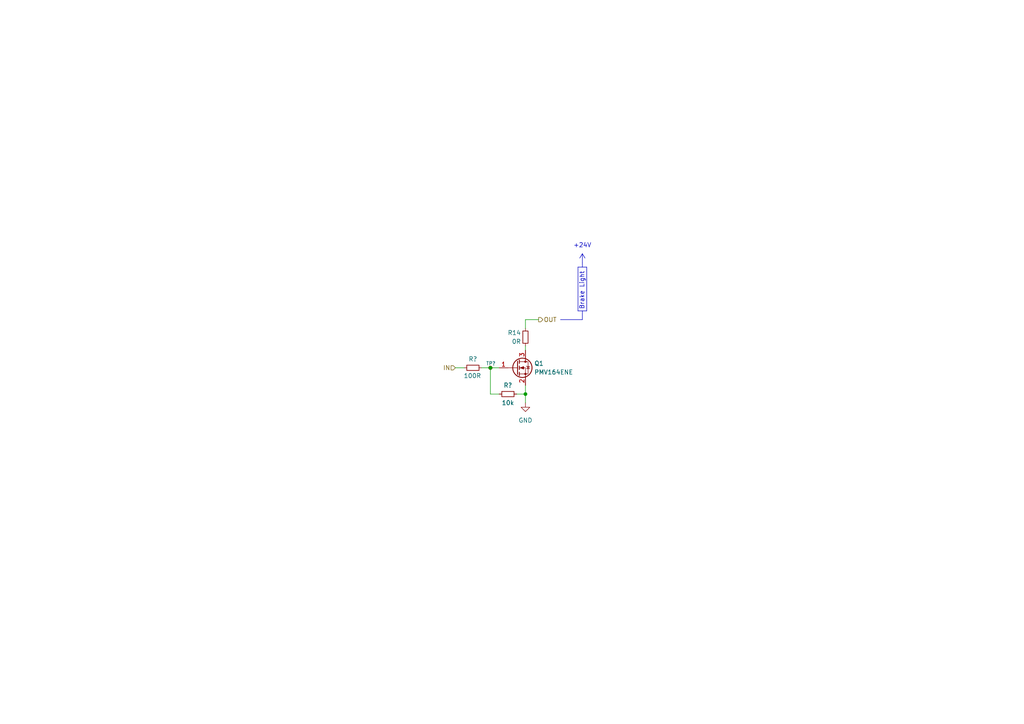
<source format=kicad_sch>
(kicad_sch (version 20230121) (generator eeschema)
  (paper "A4")
  (title_block (title "Brake Light") (date "2023-10-01") (rev "${REVISION}") (company "Author: I. Kajdan") (comment 1 "Reviewer:"))
  (lib_symbols
    (symbol "Connector:TestPoint_Small" (pin_numbers hide) (pin_names (offset 0.762) hide)
      (property "Reference" "TP" (at 0 3.81 0))
      (property "Value" "TestPoint_Small" (at 0 2.032 0))
      (symbol "TestPoint_Small_0_1"
        (circle (center 0 0) (radius 0.508))
      )
      (symbol "TestPoint_Small_1_1"
        (pin passive line (at 0 0 90) (length 0) (name "1") (number "1"))
      )
    )
    (symbol "Device:Q_NMOS_GSD" (pin_names (offset 0) hide)
      (property "Reference" "Q" (at 5.08 1.27 0))
      (property "Value" "Q_NMOS_GSD" (at 5.08 -1.27 0))
      (symbol "Q_NMOS_GSD_0_1"
        (polyline (pts (xy 0.254 0) (xy -2.54 0)))
        (polyline (pts (xy 0.254 1.905) (xy 0.254 -1.905)) (stroke (width 0.254)))
        (polyline (pts (xy 0.762 -1.27) (xy 0.762 -2.286)) (stroke (width 0.254)))
        (polyline (pts (xy 0.762 0.508) (xy 0.762 -0.508)) (stroke (width 0.254)))
        (polyline (pts (xy 0.762 2.286) (xy 0.762 1.27)) (stroke (width 0.254)))
        (polyline (pts (xy 2.54 2.54) (xy 2.54 1.778)))
        (polyline (pts (xy 2.54 -2.54) (xy 2.54 0) (xy 0.762 0)))
        (polyline (pts (xy 0.762 -1.778) (xy 3.302 -1.778) (xy 3.302 1.778) (xy 0.762 1.778)))
        (polyline (pts (xy 1.016 0) (xy 2.032 0.381) (xy 2.032 -0.381) (xy 1.016 0)) (fill (type outline)))
        (polyline (pts (xy 2.794 0.508) (xy 2.921 0.381) (xy 3.683 0.381) (xy 3.81 0.254)))
        (polyline (pts (xy 3.302 0.381) (xy 2.921 -0.254) (xy 3.683 -0.254) (xy 3.302 0.381)))
        (circle (center 1.651 0) (radius 2.794) (stroke (width 0.254)))
        (circle (center 2.54 -1.778) (radius 0.254) (fill (type outline)))
        (circle (center 2.54 1.778) (radius 0.254) (fill (type outline)))
      )
      (symbol "Q_NMOS_GSD_1_1"
        (pin input line (at -5.08 0 0) (length 2.54) (name "G") (number "1"))
        (pin passive line (at 2.54 -5.08 90) (length 2.54) (name "S") (number "2"))
        (pin passive line (at 2.54 5.08 270) (length 2.54) (name "D") (number "3"))
      )
    )
    (symbol "Device:R_Small" (pin_numbers hide) (pin_names (offset 0.254) hide)
      (property "Reference" "R" (at 0.762 0.508 0))
      (property "Value" "R_Small" (at 0.762 -1.016 0))
      (symbol "R_Small_0_1"
        (rectangle (start -0.762 1.778) (end 0.762 -1.778) (stroke (width 0.2032)))
      )
      (symbol "R_Small_1_1"
        (pin passive line (at 0 2.54 270) (length 0.762) (name "~") (number "1"))
        (pin passive line (at 0 -2.54 90) (length 0.762) (name "~") (number "2"))
      )
    )
    (symbol "power:GND" (power) (pin_names (offset 0))
      (property "Value" "GND" (at 0 -3.81 0))
      (symbol "GND_0_1"
        (polyline (pts (xy 0 0) (xy 0 -1.27) (xy 1.27 -1.27) (xy 0 -2.54) (xy -1.27 -1.27) (xy 0 -1.27)))
      )
      (symbol "GND_1_1"
        (pin power_in line (at 0 0 270) (length 0) hide (name "GND") (number "1"))
      )
    )
  )
  (junction (at 152.4 114.3))
  (junction (at 142.24 106.68))
  (wire (pts (xy 134.62 106.68) (xy 132.08 106.68)))
  (wire (pts (xy 152.4 116.84) (xy 152.4 114.3)))
  (polyline (pts (xy 168.91 90.17) (xy 168.91 92.71)))
  (polyline (pts (xy 168.148 74.8538) (xy 168.91 73.5838)))
  (polyline (pts (xy 167.64 77.47) (xy 170.18 77.47)))
  (wire (pts (xy 142.24 114.3) (xy 144.78 114.3)))
  (polyline (pts (xy 170.18 90.17) (xy 167.64 90.17)))
  (polyline (pts (xy 168.91 73.5838) (xy 168.91 76.1492)))
  (wire (pts (xy 142.24 114.3) (xy 142.24 106.68)))
  (wire (pts (xy 139.7 106.68) (xy 142.24 106.68)))
  (polyline (pts (xy 162.56 92.71) (xy 168.91 92.71)))
  (wire (pts (xy 152.4 114.3) (xy 152.4 111.76)))
  (polyline (pts (xy 170.18 77.47) (xy 170.18 90.17)))
  (wire (pts (xy 152.4 100.33) (xy 152.4 101.6)))
  (polyline (pts (xy 167.64 90.17) (xy 167.64 77.47)))
  (polyline (pts (xy 169.672 74.8538) (xy 168.91 73.5838)))
  (polyline (pts (xy 168.91 76.2) (xy 168.91 77.47)))
  (wire (pts (xy 142.24 106.68) (xy 144.78 106.68)))
  (wire (pts (xy 152.4 92.71) (xy 152.4 95.25)))
  (wire (pts (xy 149.86 114.3) (xy 152.4 114.3)))
  (wire (pts (xy 156.21 92.71) (xy 152.4 92.71)))
  (text "Brake Light" (at 169.545 89.916 90) (effects (font (size 1.27 1.27)) (justify left bottom)))
  (text "+24V" (at 166.2684 72.0344 0) (effects (font (size 1.27 1.27)) (justify left bottom)))
  (hierarchical_label "OUT" (shape output) (at 156.21 92.71 0))
  (hierarchical_label "IN" (shape input) (at 132.08 106.68 180))
  (symbol (lib_id "Device:Q_NMOS_GSD") (at 149.86 106.68 0) (unit 1)
    (property "Reference" "Q1" (at 154.94 105.41 0) (effects (justify left)))
    (property "Value" "PMV164ENE" (at 154.94 107.95 0) (effects (justify left)))
    (property "Footprint" "Package_TO_SOT_SMD:SOT-23" (effects hide))
    (property "Datasheet" "https://www.mouser.pl/datasheet/2/916/PMV164ENE-2909806.pdf" (effects hide))
  )
  (symbol (lib_id "power:GND") (at 152.4 116.84 0) (unit 1)
    (property "Reference" "#PWR070" (effects hide))
    (property "Value" "GND" (at 152.4 121.92 0))
  )
  (symbol (lib_id "Device:R_Small") (at 147.32 114.3 270) (unit 1)
    (property "Reference" "R?" (at 147.32 111.76 90))
    (property "Value" "10k" (at 147.32 116.84 90))
    (property "Footprint" "Resistor_SMD:R_0603_1608Metric" (effects hide))
    (instances (project "DV_ASSI" (path "" (reference "R?") (unit 1))) (project "rearbox" (path "" (reference "R?") (unit 1)) (path "" (reference "R13") (unit 1))))
  )
  (symbol (lib_id "Device:R_Small") (at 152.4 97.79 180) (unit 1)
    (property "Reference" "R14" (at 151.13 96.52 0) (effects (justify left)))
    (property "Value" "0R" (at 151.13 99.06 0) (effects (justify left)))
    (property "Footprint" "Resistor_SMD:R_0603_1608Metric" (effects hide))
    (instances (project "rearbox" (path "" (reference "R14") (unit 1)) (path "" (reference "R?") (unit 1)) (path "" (reference "R96") (unit 1)) (path "" (reference "R?") (unit 1)) (path "" (reference "R146") (unit 1)) (path "" (reference "R39") (unit 1))) (project "Traction_Control_System" (path "" (reference "R?") (unit 1)) (path "" (reference "R?") (unit 1))))
  )
  (symbol (lib_id "Connector:TestPoint_Small") (at 142.24 106.68 0) (unit 1)
    (property "Reference" "TP?" (at 140.97 105.41 0) (effects (font (size 1 1)) (justify left)))
    (property "Value" "TestPoint_Small" (effects hide))
    (property "Footprint" "TestPoint:TestPoint_Pad_D1.0mm" (effects hide))
    (instances (project "rearbox" (path "" (reference "TP?") (unit 1)) (path "" (reference "TP3") (unit 1)) (path "" (reference "TP1") (unit 1)) (path "" (reference "TP15") (unit 1))))
  )
  (symbol (lib_id "Device:R_Small") (at 137.16 106.68 270) (unit 1)
    (property "Reference" "R?" (at 137.16 104.14 90))
    (property "Value" "100R" (at 139.573 108.9914 90) (effects (justify right)))
    (property "Footprint" "Resistor_SMD:R_0603_1608Metric" (effects hide))
    (instances (project "DV_ASSI" (path "" (reference "R?") (unit 1))) (project "rearbox" (path "" (reference "R?") (unit 1)) (path "" (reference "R12") (unit 1))))
  )
)
</source>
